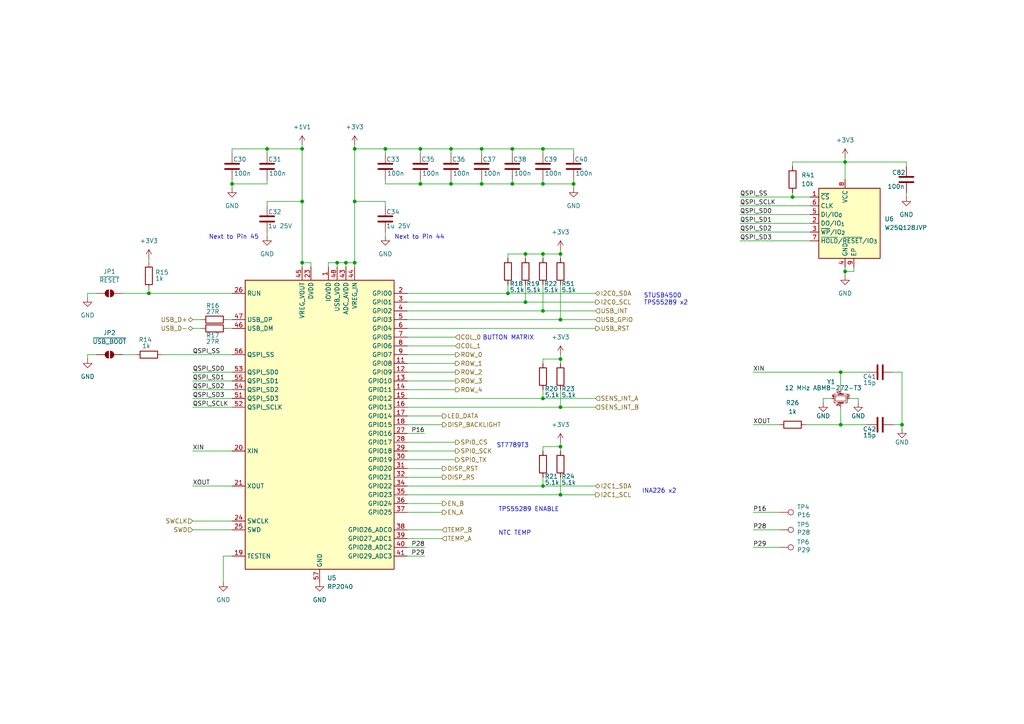
<source format=kicad_sch>
(kicad_sch (version 20250114) (generator "eeschema") (generator_version "9.0")
  (paper "A4")
  (lib_symbols
    (symbol "+1V1_1" (power) (pin_numbers (hide yes)) (pin_names (offset 0) (hide yes))
      (property "Value" "+1V1" (at 0 3.556 0))
      (symbol "+1V1_1_0_1"
        (polyline (pts (xy -0.762 1.27) (xy 0 2.54)))
        (polyline (pts (xy 0 2.54) (xy 0.762 1.27)))
        (polyline (pts (xy 0 0) (xy 0 2.54)))
      )
      (symbol "+1V1_1_1_1"
        (pin power_in line (at 0 0 90) (length 0) (name "~") (number "1"))
      )
    )
    (symbol "Connector:TestPoint" (pin_numbers (hide yes)) (pin_names (offset 0.762) (hide yes))
      (property "Reference" "TP" (at 0 6.858 0))
      (property "Value" "TestPoint" (at 0 5.08 0))
      (symbol "TestPoint_0_1"
        (circle (center 0 3.302) (radius 0.762))
      )
      (symbol "TestPoint_1_1"
        (pin passive line (at 0 0 90) (length 2.54) (name "1") (number "1"))
      )
    )
    (symbol "Device:C" (pin_numbers (hide yes)) (pin_names (offset 0.254))
      (property "Reference" "C" (at 0.635 2.54 0))
      (property "Value" "C" (at 0.635 -2.54 0))
      (symbol "C_0_1"
        (polyline (pts (xy -2.032 0.762) (xy 2.032 0.762)) (stroke (width 0.508)))
        (polyline (pts (xy -2.032 -0.762) (xy 2.032 -0.762)) (stroke (width 0.508)))
      )
      (symbol "C_1_1"
        (pin passive line (at 0 3.81 270) (length 2.794) (name "~") (number "1"))
        (pin passive line (at 0 -3.81 90) (length 2.794) (name "~") (number "2"))
      )
    )
    (symbol "Device:Crystal_GND24_Small" (pin_names (offset 1.016) (hide yes))
      (property "Reference" "Y" (at 1.27 4.445 0))
      (property "Value" "Crystal_GND24_Small" (at 1.27 2.54 0))
      (symbol "Crystal_GND24_Small_0_1"
        (polyline (pts (xy -1.27 1.27) (xy -1.27 1.905) (xy 1.27 1.905) (xy 1.27 1.27)))
        (polyline (pts (xy -1.27 -0.762) (xy -1.27 0.762)) (stroke (width 0.381)))
        (polyline (pts (xy -1.27 -1.27) (xy -1.27 -1.905) (xy 1.27 -1.905) (xy 1.27 -1.27)))
        (rectangle (start -0.762 -1.524) (end 0.762 1.524))
        (polyline (pts (xy 1.27 -0.762) (xy 1.27 0.762)) (stroke (width 0.381)))
      )
      (symbol "Crystal_GND24_Small_1_1"
        (pin passive line (at -2.54 0 0) (length 1.27) (name "1") (number "1"))
        (pin passive line (at 0 2.54 270) (length 0.635) (name "4") (number "4"))
        (pin passive line (at 0 -2.54 90) (length 0.635) (name "2") (number "2"))
        (pin passive line (at 2.54 0 180) (length 1.27) (name "3") (number "3"))
      )
    )
    (symbol "Device:R" (pin_numbers (hide yes)) (pin_names (offset 0))
      (property "Reference" "R" (at 2.032 0 90))
      (property "Value" "R" (at 0 0 90))
      (symbol "R_0_1"
        (rectangle (start -1.016 -2.54) (end 1.016 2.54) (stroke (width 0.254)))
      )
      (symbol "R_1_1"
        (pin passive line (at 0 3.81 270) (length 1.27) (name "~") (number "1"))
        (pin passive line (at 0 -3.81 90) (length 1.27) (name "~") (number "2"))
      )
    )
    (symbol "Jumper:SolderJumper_2_Open" (pin_numbers (hide yes)) (pin_names (offset 0) (hide yes)) (in_bom no)
      (property "Reference" "JP" (at 0 2.032 0))
      (property "Value" "SolderJumper_2_Open" (at 0 -2.54 0))
      (symbol "SolderJumper_2_Open_0_1"
        (polyline (pts (xy -0.254 1.016) (xy -0.254 -1.016)))
        (arc (start -0.254 -1.016) (mid -1.2656 0) (end -0.254 1.016))
        (arc (start -0.254 -1.016) (mid -1.2656 0) (end -0.254 1.016) (fill (type outline)))
        (arc (start 0.254 1.016) (mid 1.2656 0) (end 0.254 -1.016))
        (arc (start 0.254 1.016) (mid 1.2656 0) (end 0.254 -1.016) (fill (type outline)))
        (polyline (pts (xy 0.254 1.016) (xy 0.254 -1.016)))
      )
      (symbol "SolderJumper_2_Open_1_1"
        (pin passive line (at -3.81 0 0) (length 2.54) (name "A") (number "1"))
        (pin passive line (at 3.81 0 180) (length 2.54) (name "B") (number "2"))
      )
    )
    (symbol "MCU_RaspberryPi:RP2040"
      (property "Reference" "U" (at 17.78 45.72 0))
      (property "Value" "RP2040" (at 17.78 43.18 0))
      (symbol "RP2040_0_1"
        (rectangle (start -21.59 41.91) (end 21.59 -41.91) (stroke (width 0.254)) (fill (type background)))
      )
      (symbol "RP2040_1_1"
        (pin input line (at -25.4 38.1 0) (length 3.81) (name "RUN") (number "26"))
        (pin bidirectional line (at -25.4 30.48 0) (length 3.81) (name "USB_DP") (number "47"))
        (pin bidirectional line (at -25.4 27.94 0) (length 3.81) (name "USB_DM") (number "46"))
        (pin bidirectional line (at -25.4 20.32 0) (length 3.81) (name "QSPI_SS") (number "56"))
        (pin bidirectional line (at -25.4 15.24 0) (length 3.81) (name "QSPI_SD0") (number "53"))
        (pin bidirectional line (at -25.4 12.7 0) (length 3.81) (name "QSPI_SD1") (number "55"))
        (pin bidirectional line (at -25.4 10.16 0) (length 3.81) (name "QSPI_SD2") (number "54"))
        (pin bidirectional line (at -25.4 7.62 0) (length 3.81) (name "QSPI_SD3") (number "51"))
        (pin output line (at -25.4 5.08 0) (length 3.81) (name "QSPI_SCLK") (number "52"))
        (pin input line (at -25.4 -7.62 0) (length 3.81) (name "XIN") (number "20"))
        (pin passive line (at -25.4 -17.78 0) (length 3.81) (name "XOUT") (number "21"))
        (pin input line (at -25.4 -27.94 0) (length 3.81) (name "SWCLK") (number "24"))
        (pin bidirectional line (at -25.4 -30.48 0) (length 3.81) (name "SWD") (number "25"))
        (pin input line (at -25.4 -38.1 0) (length 3.81) (name "TESTEN") (number "19"))
        (pin power_out line (at -5.08 45.72 270) (length 3.81) (name "VREG_VOUT") (number "45"))
        (pin power_in line (at -2.54 45.72 270) (length 3.81) (name "DVDD") (number "23"))
        (pin passive line (at -2.54 45.72 270) (length 3.81) (hide yes) (name "DVDD") (number "50"))
        (pin power_in line (at 0 -45.72 90) (length 3.81) (name "GND") (number "57"))
        (pin power_in line (at 2.54 45.72 270) (length 3.81) (name "IOVDD") (number "1"))
        (pin passive line (at 2.54 45.72 270) (length 3.81) (hide yes) (name "IOVDD") (number "10"))
        (pin passive line (at 2.54 45.72 270) (length 3.81) (hide yes) (name "IOVDD") (number "22"))
        (pin passive line (at 2.54 45.72 270) (length 3.81) (hide yes) (name "IOVDD") (number "33"))
        (pin passive line (at 2.54 45.72 270) (length 3.81) (hide yes) (name "IOVDD") (number "42"))
        (pin passive line (at 2.54 45.72 270) (length 3.81) (hide yes) (name "IOVDD") (number "49"))
        (pin power_in line (at 5.08 45.72 270) (length 3.81) (name "USB_VDD") (number "48"))
        (pin power_in line (at 7.62 45.72 270) (length 3.81) (name "ADC_AVDD") (number "43"))
        (pin power_in line (at 10.16 45.72 270) (length 3.81) (name "VREG_IN") (number "44"))
        (pin bidirectional line (at 25.4 38.1 180) (length 3.81) (name "GPIO0") (number "2"))
        (pin bidirectional line (at 25.4 35.56 180) (length 3.81) (name "GPIO1") (number "3"))
        (pin bidirectional line (at 25.4 33.02 180) (length 3.81) (name "GPIO2") (number "4"))
        (pin bidirectional line (at 25.4 30.48 180) (length 3.81) (name "GPIO3") (number "5"))
        (pin bidirectional line (at 25.4 27.94 180) (length 3.81) (name "GPIO4") (number "6"))
        (pin bidirectional line (at 25.4 25.4 180) (length 3.81) (name "GPIO5") (number "7"))
        (pin bidirectional line (at 25.4 22.86 180) (length 3.81) (name "GPIO6") (number "8"))
        (pin bidirectional line (at 25.4 20.32 180) (length 3.81) (name "GPIO7") (number "9"))
        (pin bidirectional line (at 25.4 17.78 180) (length 3.81) (name "GPIO8") (number "11"))
        (pin bidirectional line (at 25.4 15.24 180) (length 3.81) (name "GPIO9") (number "12"))
        (pin bidirectional line (at 25.4 12.7 180) (length 3.81) (name "GPIO10") (number "13"))
        (pin bidirectional line (at 25.4 10.16 180) (length 3.81) (name "GPIO11") (number "14"))
        (pin bidirectional line (at 25.4 7.62 180) (length 3.81) (name "GPIO12") (number "15"))
        (pin bidirectional line (at 25.4 5.08 180) (length 3.81) (name "GPIO13") (number "16"))
        (pin bidirectional line (at 25.4 2.54 180) (length 3.81) (name "GPIO14") (number "17"))
        (pin bidirectional line (at 25.4 0 180) (length 3.81) (name "GPIO15") (number "18"))
        (pin bidirectional line (at 25.4 -2.54 180) (length 3.81) (name "GPIO16") (number "27"))
        (pin bidirectional line (at 25.4 -5.08 180) (length 3.81) (name "GPIO17") (number "28"))
        (pin bidirectional line (at 25.4 -7.62 180) (length 3.81) (name "GPIO18") (number "29"))
        (pin bidirectional line (at 25.4 -10.16 180) (length 3.81) (name "GPIO19") (number "30"))
        (pin bidirectional line (at 25.4 -12.7 180) (length 3.81) (name "GPIO20") (number "31"))
        (pin bidirectional line (at 25.4 -15.24 180) (length 3.81) (name "GPIO21") (number "32"))
        (pin bidirectional line (at 25.4 -17.78 180) (length 3.81) (name "GPIO22") (number "34"))
        (pin bidirectional line (at 25.4 -20.32 180) (length 3.81) (name "GPIO23") (number "35"))
        (pin bidirectional line (at 25.4 -22.86 180) (length 3.81) (name "GPIO24") (number "36"))
        (pin bidirectional line (at 25.4 -25.4 180) (length 3.81) (name "GPIO25") (number "37"))
        (pin bidirectional line (at 25.4 -30.48 180) (length 3.81) (name "GPIO26_ADC0") (number "38"))
        (pin bidirectional line (at 25.4 -33.02 180) (length 3.81) (name "GPIO27_ADC1") (number "39"))
        (pin bidirectional line (at 25.4 -35.56 180) (length 3.81) (name "GPIO28_ADC2") (number "40"))
        (pin bidirectional line (at 25.4 -38.1 180) (length 3.81) (name "GPIO29_ADC3") (number "41"))
      )
    )
    (symbol "Memory_Flash:W25Q128JVP"
      (property "Reference" "U" (at -6.35 11.43 0))
      (property "Value" "W25Q128JVP" (at 7.62 11.43 0))
      (symbol "W25Q128JVP_0_1"
        (rectangle (start -7.62 10.16) (end 10.16 -10.16) (stroke (width 0.254)) (fill (type background)))
      )
      (symbol "W25Q128JVP_1_1"
        (pin input line (at -10.16 7.62 0) (length 2.54) (name "~{CS}") (number "1"))
        (pin input line (at -10.16 5.08 0) (length 2.54) (name "CLK") (number "6"))
        (pin bidirectional line (at -10.16 2.54 0) (length 2.54) (name "DI/IO_{0}") (number "5"))
        (pin bidirectional line (at -10.16 0 0) (length 2.54) (name "DO/IO_{1}") (number "2"))
        (pin bidirectional line (at -10.16 -2.54 0) (length 2.54) (name "~{WP}/IO_{2}") (number "3"))
        (pin bidirectional line (at -10.16 -5.08 0) (length 2.54) (name "~{HOLD}/~{RESET}/IO_{3}") (number "7"))
        (pin power_in line (at 0 12.7 270) (length 2.54) (name "VCC") (number "8"))
        (pin power_in line (at 0 -12.7 90) (length 2.54) (name "GND") (number "4"))
        (pin passive line (at 2.54 -12.7 90) (length 2.54) (name "EP") (number "9"))
      )
    )
    (symbol "power:+3V3" (power) (pin_numbers (hide yes)) (pin_names (offset 0) (hide yes))
      (property "Value" "+3V3" (at 0 3.556 0))
      (symbol "+3V3_0_1"
        (polyline (pts (xy -0.762 1.27) (xy 0 2.54)))
        (polyline (pts (xy 0 2.54) (xy 0.762 1.27)))
        (polyline (pts (xy 0 0) (xy 0 2.54)))
      )
      (symbol "+3V3_1_1"
        (pin power_in line (at 0 0 90) (length 0) (name "~") (number "1"))
      )
    )
    (symbol "power:GND" (power) (pin_numbers (hide yes)) (pin_names (offset 0) (hide yes))
      (property "Value" "GND" (at 0 -3.81 0))
      (symbol "GND_0_1"
        (polyline (pts (xy 0 0) (xy 0 -1.27) (xy 1.27 -1.27) (xy 0 -2.54) (xy -1.27 -1.27) (xy 0 -1.27)))
      )
      (symbol "GND_1_1"
        (pin power_in line (at 0 0 270) (length 0) (name "~") (number "1"))
      )
    )
  )
  (text "BUTTON MATRIX" (at 139.954 98.044 0) (effects (font (size 1.27 1.27)) (justify left)))
  (text "TPS55289 ENABLE" (at 144.526 147.828 0) (effects (font (size 1.27 1.27)) (justify left)))
  (text "INA226 x2" (at 186.182 142.494 0) (effects (font (size 1.27 1.27)) (justify left)))
  (text "ST7789T3" (at 144.018 129.286 0) (effects (font (size 1.27 1.27)) (justify left)))
  (text "Next to Pin 44" (at 121.666 68.834 0) (effects (font (size 1.27 1.27))))
  (text "STUSB4500\nTPS55289 x2" (at 186.69 86.868 0) (effects (font (size 1.27 1.27)) (justify left)))
  (text "Next to Pin 45" (at 67.818 68.834 0) (effects (font (size 1.27 1.27))))
  (text "NTC TEMP" (at 144.526 154.686 0) (effects (font (size 1.27 1.27)) (justify left)))
  (junction (at 139.7 53.34))
  (junction (at 162.56 143.51))
  (junction (at 102.87 43.18))
  (junction (at 87.63 76.2))
  (junction (at 243.84 107.95))
  (junction (at 102.87 76.2))
  (junction (at 130.81 53.34))
  (junction (at 162.56 118.11))
  (junction (at 130.81 43.18))
  (junction (at 67.31 53.34))
  (junction (at 243.84 123.19))
  (junction (at 111.76 43.18))
  (junction (at 157.48 53.34))
  (junction (at 100.33 76.2))
  (junction (at 162.56 92.71))
  (junction (at 229.87 57.15))
  (junction (at 157.48 73.66))
  (junction (at 139.7 43.18))
  (junction (at 245.11 78.74))
  (junction (at 43.18 85.09))
  (junction (at 148.59 43.18))
  (junction (at 157.48 115.57))
  (junction (at 87.63 58.42))
  (junction (at 102.87 58.42))
  (junction (at 87.63 43.18))
  (junction (at 121.92 53.34))
  (junction (at 152.4 87.63))
  (junction (at 147.32 85.09))
  (junction (at 152.4 73.66))
  (junction (at 121.92 43.18))
  (junction (at 97.79 76.2))
  (junction (at 157.48 140.97))
  (junction (at 148.59 53.34))
  (junction (at 162.56 73.66))
  (junction (at 162.56 129.54))
  (junction (at 157.48 43.18))
  (junction (at 162.56 104.14))
  (junction (at 245.11 46.99))
  (junction (at 77.47 43.18))
  (junction (at 166.37 53.34))
  (junction (at 261.62 123.19))
  (junction (at 157.48 90.17))
  (wire (pts (xy 243.84 123.19) (xy 233.68 123.19)))
  (wire (pts (xy 102.87 58.42) (xy 102.87 76.2)))
  (wire (pts (xy 130.81 43.18) (xy 139.7 43.18)))
  (wire (pts (xy 118.11 146.05) (xy 128.27 146.05)))
  (wire (pts (xy 162.56 128.27) (xy 162.56 129.54)))
  (wire (pts (xy 262.89 55.88) (xy 262.89 57.15)))
  (wire (pts (xy 77.47 58.42) (xy 87.63 58.42)))
  (wire (pts (xy 25.4 102.87) (xy 27.94 102.87)))
  (wire (pts (xy 148.59 44.45) (xy 148.59 43.18)))
  (wire (pts (xy 118.11 130.81) (xy 132.08 130.81)))
  (wire (pts (xy 118.11 148.59) (xy 128.27 148.59)))
  (wire (pts (xy 245.11 46.99) (xy 245.11 52.07)))
  (wire (pts (xy 118.11 87.63) (xy 152.4 87.63)))
  (wire (pts (xy 139.7 44.45) (xy 139.7 43.18)))
  (wire (pts (xy 157.48 129.54) (xy 157.48 130.81)))
  (wire (pts (xy 157.48 113.03) (xy 157.48 115.57)))
  (wire (pts (xy 111.76 43.18) (xy 102.87 43.18)))
  (wire (pts (xy 148.59 52.07) (xy 148.59 53.34)))
  (wire (pts (xy 58.42 95.25) (xy 55.88 95.25)))
  (wire (pts (xy 214.63 64.77) (xy 234.95 64.77)))
  (wire (pts (xy 118.11 120.65) (xy 128.27 120.65)))
  (wire (pts (xy 102.87 58.42) (xy 111.76 58.42)))
  (wire (pts (xy 77.47 53.34) (xy 67.31 53.34)))
  (wire (pts (xy 102.87 43.18) (xy 102.87 58.42)))
  (wire (pts (xy 229.87 46.99) (xy 245.11 46.99)))
  (wire (pts (xy 87.63 43.18) (xy 87.63 58.42)))
  (wire (pts (xy 238.76 115.57) (xy 238.76 116.84)))
  (wire (pts (xy 243.84 107.95) (xy 218.44 107.95)))
  (wire (pts (xy 147.32 73.66) (xy 147.32 74.93)))
  (wire (pts (xy 67.31 161.29) (xy 64.77 161.29)))
  (wire (pts (xy 118.11 90.17) (xy 157.48 90.17)))
  (wire (pts (xy 111.76 52.07) (xy 111.76 53.34)))
  (wire (pts (xy 66.04 92.71) (xy 67.31 92.71)))
  (wire (pts (xy 67.31 53.34) (xy 67.31 54.61)))
  (wire (pts (xy 238.76 115.57) (xy 241.3 115.57)))
  (wire (pts (xy 157.48 73.66) (xy 157.48 74.93)))
  (wire (pts (xy 87.63 76.2) (xy 87.63 77.47)))
  (wire (pts (xy 152.4 87.63) (xy 172.72 87.63)))
  (wire (pts (xy 111.76 44.45) (xy 111.76 43.18)))
  (wire (pts (xy 118.11 105.41) (xy 132.08 105.41)))
  (wire (pts (xy 157.48 53.34) (xy 166.37 53.34)))
  (wire (pts (xy 55.88 118.11) (xy 67.31 118.11)))
  (wire (pts (xy 162.56 129.54) (xy 157.48 129.54)))
  (wire (pts (xy 118.11 118.11) (xy 162.56 118.11)))
  (wire (pts (xy 218.44 153.67) (xy 226.06 153.67)))
  (wire (pts (xy 157.48 138.43) (xy 157.48 140.97)))
  (wire (pts (xy 77.47 52.07) (xy 77.47 53.34)))
  (wire (pts (xy 95.25 77.47) (xy 95.25 76.2)))
  (wire (pts (xy 139.7 43.18) (xy 148.59 43.18)))
  (wire (pts (xy 247.65 78.74) (xy 245.11 78.74)))
  (wire (pts (xy 35.56 85.09) (xy 43.18 85.09)))
  (wire (pts (xy 214.63 57.15) (xy 229.87 57.15)))
  (wire (pts (xy 245.11 78.74) (xy 245.11 77.47)))
  (wire (pts (xy 157.48 73.66) (xy 162.56 73.66)))
  (wire (pts (xy 87.63 41.91) (xy 87.63 43.18)))
  (wire (pts (xy 118.11 102.87) (xy 132.08 102.87)))
  (wire (pts (xy 90.17 76.2) (xy 87.63 76.2)))
  (wire (pts (xy 43.18 74.93) (xy 43.18 76.2)))
  (wire (pts (xy 218.44 158.75) (xy 226.06 158.75)))
  (wire (pts (xy 130.81 44.45) (xy 130.81 43.18)))
  (wire (pts (xy 121.92 43.18) (xy 130.81 43.18)))
  (wire (pts (xy 166.37 44.45) (xy 166.37 43.18)))
  (wire (pts (xy 118.11 95.25) (xy 172.72 95.25)))
  (wire (pts (xy 118.11 113.03) (xy 132.08 113.03)))
  (wire (pts (xy 157.48 104.14) (xy 157.48 105.41)))
  (wire (pts (xy 139.7 53.34) (xy 148.59 53.34)))
  (wire (pts (xy 166.37 53.34) (xy 166.37 54.61)))
  (wire (pts (xy 152.4 73.66) (xy 147.32 73.66)))
  (wire (pts (xy 118.11 153.67) (xy 128.27 153.67)))
  (wire (pts (xy 25.4 85.09) (xy 25.4 86.36)))
  (wire (pts (xy 251.46 123.19) (xy 243.84 123.19)))
  (wire (pts (xy 100.33 76.2) (xy 102.87 76.2)))
  (wire (pts (xy 162.56 143.51) (xy 172.72 143.51)))
  (wire (pts (xy 259.08 107.95) (xy 261.62 107.95)))
  (wire (pts (xy 77.47 59.69) (xy 77.47 58.42)))
  (wire (pts (xy 118.11 158.75) (xy 123.19 158.75)))
  (wire (pts (xy 243.84 107.95) (xy 243.84 113.03)))
  (wire (pts (xy 95.25 76.2) (xy 97.79 76.2)))
  (wire (pts (xy 35.56 102.87) (xy 39.37 102.87)))
  (wire (pts (xy 25.4 85.09) (xy 27.94 85.09)))
  (wire (pts (xy 118.11 92.71) (xy 162.56 92.71)))
  (wire (pts (xy 118.11 110.49) (xy 132.08 110.49)))
  (wire (pts (xy 139.7 53.34) (xy 130.81 53.34)))
  (wire (pts (xy 118.11 125.73) (xy 123.19 125.73)))
  (wire (pts (xy 102.87 76.2) (xy 102.87 77.47)))
  (wire (pts (xy 90.17 77.47) (xy 90.17 76.2)))
  (wire (pts (xy 152.4 82.55) (xy 152.4 87.63)))
  (wire (pts (xy 245.11 80.01) (xy 245.11 78.74)))
  (wire (pts (xy 55.88 107.95) (xy 67.31 107.95)))
  (wire (pts (xy 243.84 118.11) (xy 243.84 123.19)))
  (wire (pts (xy 214.63 67.31) (xy 234.95 67.31)))
  (wire (pts (xy 147.32 82.55) (xy 147.32 85.09)))
  (wire (pts (xy 157.48 82.55) (xy 157.48 90.17)))
  (wire (pts (xy 157.48 73.66) (xy 152.4 73.66)))
  (wire (pts (xy 55.88 140.97) (xy 67.31 140.97)))
  (wire (pts (xy 121.92 44.45) (xy 121.92 43.18)))
  (wire (pts (xy 148.59 43.18) (xy 157.48 43.18)))
  (wire (pts (xy 118.11 140.97) (xy 157.48 140.97)))
  (wire (pts (xy 229.87 55.88) (xy 229.87 57.15)))
  (wire (pts (xy 64.77 161.29) (xy 64.77 168.91)))
  (wire (pts (xy 229.87 46.99) (xy 229.87 48.26)))
  (wire (pts (xy 261.62 107.95) (xy 261.62 123.19)))
  (wire (pts (xy 55.88 130.81) (xy 67.31 130.81)))
  (wire (pts (xy 102.87 41.91) (xy 102.87 43.18)))
  (wire (pts (xy 262.89 46.99) (xy 245.11 46.99)))
  (wire (pts (xy 100.33 76.2) (xy 100.33 77.47)))
  (wire (pts (xy 247.65 77.47) (xy 247.65 78.74)))
  (wire (pts (xy 214.63 69.85) (xy 234.95 69.85)))
  (wire (pts (xy 162.56 82.55) (xy 162.56 92.71)))
  (wire (pts (xy 55.88 115.57) (xy 67.31 115.57)))
  (wire (pts (xy 226.06 123.19) (xy 218.44 123.19)))
  (wire (pts (xy 43.18 85.09) (xy 67.31 85.09)))
  (wire (pts (xy 147.32 85.09) (xy 172.72 85.09)))
  (wire (pts (xy 261.62 123.19) (xy 261.62 124.46)))
  (wire (pts (xy 214.63 59.69) (xy 234.95 59.69)))
  (wire (pts (xy 55.88 151.13) (xy 67.31 151.13)))
  (wire (pts (xy 130.81 52.07) (xy 130.81 53.34)))
  (wire (pts (xy 111.76 68.58) (xy 111.76 67.31)))
  (wire (pts (xy 43.18 83.82) (xy 43.18 85.09)))
  (wire (pts (xy 46.99 102.87) (xy 67.31 102.87)))
  (wire (pts (xy 66.04 95.25) (xy 67.31 95.25)))
  (wire (pts (xy 97.79 76.2) (xy 100.33 76.2)))
  (wire (pts (xy 245.11 45.72) (xy 245.11 46.99)))
  (wire (pts (xy 118.11 100.33) (xy 132.08 100.33)))
  (wire (pts (xy 248.92 116.84) (xy 248.92 115.57)))
  (wire (pts (xy 121.92 43.18) (xy 111.76 43.18)))
  (wire (pts (xy 118.11 107.95) (xy 132.08 107.95)))
  (wire (pts (xy 25.4 102.87) (xy 25.4 104.14)))
  (wire (pts (xy 162.56 138.43) (xy 162.56 143.51)))
  (wire (pts (xy 118.11 161.29) (xy 123.19 161.29)))
  (wire (pts (xy 162.56 118.11) (xy 172.72 118.11)))
  (wire (pts (xy 218.44 148.59) (xy 226.06 148.59)))
  (wire (pts (xy 243.84 107.95) (xy 251.46 107.95)))
  (wire (pts (xy 118.11 133.35) (xy 132.08 133.35)))
  (wire (pts (xy 111.76 59.69) (xy 111.76 58.42)))
  (wire (pts (xy 97.79 76.2) (xy 97.79 77.47)))
  (wire (pts (xy 162.56 72.39) (xy 162.56 73.66)))
  (wire (pts (xy 248.92 115.57) (xy 246.38 115.57)))
  (wire (pts (xy 55.88 110.49) (xy 67.31 110.49)))
  (wire (pts (xy 162.56 130.81) (xy 162.56 129.54)))
  (wire (pts (xy 162.56 113.03) (xy 162.56 118.11)))
  (wire (pts (xy 157.48 115.57) (xy 172.72 115.57)))
  (wire (pts (xy 157.48 44.45) (xy 157.48 43.18)))
  (wire (pts (xy 118.11 138.43) (xy 128.27 138.43)))
  (wire (pts (xy 118.11 123.19) (xy 128.27 123.19)))
  (wire (pts (xy 157.48 52.07) (xy 157.48 53.34)))
  (wire (pts (xy 166.37 52.07) (xy 166.37 53.34)))
  (wire (pts (xy 118.11 143.51) (xy 162.56 143.51)))
  (wire (pts (xy 214.63 62.23) (xy 234.95 62.23)))
  (wire (pts (xy 157.48 140.97) (xy 172.72 140.97)))
  (wire (pts (xy 118.11 115.57) (xy 157.48 115.57)))
  (wire (pts (xy 121.92 53.34) (xy 130.81 53.34)))
  (wire (pts (xy 77.47 43.18) (xy 87.63 43.18)))
  (wire (pts (xy 121.92 52.07) (xy 121.92 53.34)))
  (wire (pts (xy 148.59 53.34) (xy 157.48 53.34)))
  (wire (pts (xy 259.08 123.19) (xy 261.62 123.19)))
  (wire (pts (xy 157.48 90.17) (xy 172.72 90.17)))
  (wire (pts (xy 67.31 52.07) (xy 67.31 53.34)))
  (wire (pts (xy 162.56 92.71) (xy 172.72 92.71)))
  (wire (pts (xy 162.56 105.41) (xy 162.56 104.14)))
  (wire (pts (xy 139.7 52.07) (xy 139.7 53.34)))
  (wire (pts (xy 67.31 43.18) (xy 77.47 43.18)))
  (wire (pts (xy 118.11 85.09) (xy 147.32 85.09)))
  (wire (pts (xy 157.48 43.18) (xy 166.37 43.18)))
  (wire (pts (xy 162.56 104.14) (xy 157.48 104.14)))
  (wire (pts (xy 118.11 97.79) (xy 132.08 97.79)))
  (wire (pts (xy 162.56 102.87) (xy 162.56 104.14)))
  (wire (pts (xy 58.42 92.71) (xy 55.88 92.71)))
  (wire (pts (xy 152.4 74.93) (xy 152.4 73.66)))
  (wire (pts (xy 262.89 48.26) (xy 262.89 46.99)))
  (wire (pts (xy 118.11 128.27) (xy 132.08 128.27)))
  (wire (pts (xy 67.31 44.45) (xy 67.31 43.18)))
  (wire (pts (xy 111.76 53.34) (xy 121.92 53.34)))
  (wire (pts (xy 229.87 57.15) (xy 234.95 57.15)))
  (wire (pts (xy 118.11 135.89) (xy 128.27 135.89)))
  (wire (pts (xy 118.11 156.21) (xy 128.27 156.21)))
  (wire (pts (xy 162.56 74.93) (xy 162.56 73.66)))
  (wire (pts (xy 77.47 68.58) (xy 77.47 67.31)))
  (wire (pts (xy 87.63 58.42) (xy 87.63 76.2)))
  (wire (pts (xy 77.47 43.18) (xy 77.47 44.45)))
  (wire (pts (xy 55.88 113.03) (xy 67.31 113.03)))
  (wire (pts (xy 55.88 153.67) (xy 67.31 153.67)))
  (label "QSPI_SCLK" (at 55.88 118.11 0))
  (label "QSPI_SD3" (at 55.88 115.57 0))
  (label "QSPI_SD0" (at 55.88 107.95 0))
  (label "QSPI_SD2" (at 55.88 113.03 0))
  (label "P16" (at 218.44 148.59 0))
  (label "QSPI_SD0" (at 214.63 62.23 0))
  (label "P29" (at 123.19 161.29 180))
  (label "P29" (at 218.44 158.75 0))
  (label "XIN" (at 55.88 130.81 0))
  (label "QSPI_SD3" (at 214.63 69.85 0))
  (label "QSPI_SD2" (at 214.63 67.31 0))
  (label "XOUT" (at 55.88 140.97 0))
  (label "XIN" (at 218.44 107.95 0))
  (label "XOUT" (at 218.44 123.19 0))
  (label "QSPI_SD1" (at 55.88 110.49 0))
  (label "QSPI_SCLK" (at 214.63 59.69 0))
  (label "QSPI_SS" (at 214.63 57.15 0))
  (label "P16" (at 123.19 125.73 180))
  (label "P28" (at 218.44 153.67 0))
  (label "QSPI_SD1" (at 214.63 64.77 0))
  (label "P28" (at 123.19 158.75 180))
  (label "QSPI_SS" (at 55.88 102.87 0))
  (hierarchical_label "COL_0" (shape input) (at 132.08 97.79 0))
  (hierarchical_label "DISP_RST" (shape output) (at 128.27 135.89 0))
  (hierarchical_label "USB_GPIO" (shape input) (at 172.72 92.71 0))
  (hierarchical_label "COL_1" (shape input) (at 132.08 100.33 0))
  (hierarchical_label "EN_A" (shape output) (at 128.27 148.59 0))
  (hierarchical_label "SWD" (shape input) (at 55.88 153.67 180))
  (hierarchical_label "ROW_4" (shape output) (at 132.08 113.03 0))
  (hierarchical_label "I2C0_SDA" (shape bidirectional) (at 172.72 85.09 0))
  (hierarchical_label "ROW_2" (shape output) (at 132.08 107.95 0))
  (hierarchical_label "TEMP_B" (shape input) (at 128.27 153.67 0))
  (hierarchical_label "ROW_0" (shape output) (at 132.08 102.87 0))
  (hierarchical_label "ROW_1" (shape output) (at 132.08 105.41 0))
  (hierarchical_label "SWCLK" (shape input) (at 55.88 151.13 180))
  (hierarchical_label "I2C1_SCL" (shape output) (at 172.72 143.51 0))
  (hierarchical_label "USB_RST" (shape output) (at 172.72 95.25 0))
  (hierarchical_label "SPI0_SCK" (shape output) (at 132.08 130.81 0))
  (hierarchical_label "SPI0_CS" (shape output) (at 132.08 128.27 0))
  (hierarchical_label "DISP_RS" (shape output) (at 128.27 138.43 0))
  (hierarchical_label "USB_D+" (shape bidirectional) (at 55.88 92.71 180))
  (hierarchical_label "EN_B" (shape output) (at 128.27 146.05 0))
  (hierarchical_label "ROW_3" (shape output) (at 132.08 110.49 0))
  (hierarchical_label "SPI0_TX" (shape output) (at 132.08 133.35 0))
  (hierarchical_label "USB_D-" (shape bidirectional) (at 55.88 95.25 180))
  (hierarchical_label "SENS_INT_A" (shape input) (at 172.72 115.57 0))
  (hierarchical_label "LED_DATA" (shape output) (at 128.27 120.65 0))
  (hierarchical_label "SENS_INT_B" (shape input) (at 172.72 118.11 0))
  (hierarchical_label "DISP_BACKLIGHT" (shape output) (at 128.27 123.19 0))
  (hierarchical_label "USB_INT" (shape input) (at 172.72 90.17 0))
  (hierarchical_label "TEMP_A" (shape input) (at 128.27 156.21 0))
  (hierarchical_label "I2C0_SCL" (shape output) (at 172.72 87.63 0))
  (hierarchical_label "I2C1_SDA" (shape bidirectional) (at 172.72 140.97 0))
  (symbol (lib_id "Device:R") (at 162.56 78.74 0) (unit 1)
    (property "Reference" "R51" (at 162.814 82.296 0) (effects (justify left)))
    (property "Value" "5.1k" (at 162.814 84.074 0) (effects (justify left)))
    (property "Footprint" "Resistor_SMD:R_0402_1005Metric" (effects (hide yes)))
    (property "Description" "Resistor" (effects (hide yes)))
    (property "LCSC" "C25905" (effects (hide yes)))
  )
  (symbol (lib_id "Device:R") (at 229.87 52.07 0) (mirror y) (unit 1)
    (property "Reference" "R41" (at 232.41 50.7999 0) (effects (justify right)))
    (property "Value" "10k" (at 232.41 53.3399 0) (effects (justify right)))
    (property "Footprint" "Resistor_SMD:R_0402_1005Metric" (effects (hide yes)))
    (property "Description" "Resistor" (effects (hide yes)))
    (property "LCSC" "C25905" (effects (hide yes)))
  )
  (symbol (lib_id "Device:C") (at 111.76 48.26 0) (unit 1)
    (property "Reference" "C33" (at 112.014 46.228 0) (effects (justify left)))
    (property "Value" "100n" (at 112.268 50.292 0) (effects (justify left)))
    (property "Footprint" "Capacitor_SMD:C_0402_1005Metric" (effects (hide yes)))
    (property "Description" "Unpolarized capacitor" (effects (hide yes)))
    (property "LCSC" "C307331" (effects (hide yes)))
  )
  (symbol (lib_id "Device:C") (at 148.59 48.26 0) (unit 1)
    (property "Reference" "C38" (at 148.844 46.228 0) (effects (justify left)))
    (property "Value" "100n" (at 149.098 50.292 0) (effects (justify left)))
    (property "Footprint" "Capacitor_SMD:C_0402_1005Metric" (effects (hide yes)))
    (property "Description" "Unpolarized capacitor" (effects (hide yes)))
    (property "LCSC" "C307331" (effects (hide yes)))
  )
  (symbol (lib_id "power:GND") (at 261.62 124.46 0) (mirror y) (unit 1)
    (property "Reference" "#PWR045" (effects (hide yes)))
    (property "Value" "GND" (at 261.62 128.27 0))
    (property "Description" "Power symbol creates a global label with name \"GND\" , ground" (effects (hide yes)))
  )
  (symbol (lib_id "Device:R") (at 62.23 92.71 90) (unit 1)
    (property "Reference" "R16" (at 61.722 88.646 90))
    (property "Value" "27R" (at 61.722 90.424 90))
    (property "Footprint" "Resistor_SMD:R_0402_1005Metric" (effects (hide yes)))
    (property "Description" "Resistor" (effects (hide yes)))
    (property "LCSC" "C138021" (effects (hide yes)))
  )
  (symbol (lib_id "Device:C") (at 77.47 48.26 0) (unit 1)
    (property "Reference" "C31" (at 77.724 46.228 0) (effects (justify left)))
    (property "Value" "100n" (at 77.978 50.292 0) (effects (justify left)))
    (property "Footprint" "Capacitor_SMD:C_0402_1005Metric" (effects (hide yes)))
    (property "Description" "Unpolarized capacitor" (effects (hide yes)))
    (property "LCSC" "C307331" (effects (hide yes)))
  )
  (symbol (lib_id "Device:C") (at 255.27 123.19 270) (mirror x) (unit 1)
    (property "Reference" "C42" (at 252.222 124.46 90))
    (property "Value" "15p" (at 252.222 126.238 90))
    (property "Footprint" "Capacitor_SMD:C_0402_1005Metric" (effects (hide yes)))
    (property "Description" "Unpolarized capacitor" (effects (hide yes)))
    (property "LCSC" "C1548" (effects (hide yes)))
  )
  (symbol (lib_id "Device:C") (at 121.92 48.26 0) (unit 1)
    (property "Reference" "C35" (at 122.174 46.228 0) (effects (justify left)))
    (property "Value" "100n" (at 122.428 50.292 0) (effects (justify left)))
    (property "Footprint" "Capacitor_SMD:C_0402_1005Metric" (effects (hide yes)))
    (property "Description" "Unpolarized capacitor" (effects (hide yes)))
    (property "LCSC" "C307331" (effects (hide yes)))
  )
  (symbol (lib_id "power:GND") (at 67.31 54.61 0) (unit 1)
    (property "Reference" "#PWR030" (effects (hide yes)))
    (property "Value" "GND" (at 67.31 59.69 0))
    (property "Description" "Power symbol creates a global label with name \"GND\" , ground" (effects (hide yes)))
  )
  (symbol (lib_id "Device:C") (at 255.27 107.95 270) (mirror x) (unit 1)
    (property "Reference" "C41" (at 252.222 109.22 90))
    (property "Value" "15p" (at 252.222 110.998 90))
    (property "Footprint" "Capacitor_SMD:C_0402_1005Metric" (effects (hide yes)))
    (property "Description" "Unpolarized capacitor" (effects (hide yes)))
    (property "LCSC" "C1548" (effects (hide yes)))
  )
  (symbol (lib_id "Device:R") (at 157.48 78.74 0) (unit 1)
    (property "Reference" "R22" (at 157.734 82.296 0) (effects (justify left)))
    (property "Value" "5.1k" (at 157.734 84.074 0) (effects (justify left)))
    (property "Footprint" "Resistor_SMD:R_0402_1005Metric" (effects (hide yes)))
    (property "Description" "Resistor" (effects (hide yes)))
    (property "LCSC" "C25905" (effects (hide yes)))
  )
  (symbol (lib_id "Device:C") (at 130.81 48.26 0) (unit 1)
    (property "Reference" "C36" (at 131.064 46.228 0) (effects (justify left)))
    (property "Value" "100n" (at 131.318 50.292 0) (effects (justify left)))
    (property "Footprint" "Capacitor_SMD:C_0402_1005Metric" (effects (hide yes)))
    (property "Description" "Unpolarized capacitor" (effects (hide yes)))
    (property "LCSC" "C307331" (effects (hide yes)))
  )
  (symbol (lib_id "MCU_RaspberryPi:RP2040") (at 92.71 123.19 0) (unit 1)
    (property "Reference" "U5" (at 94.8533 167.64 0) (effects (justify left)))
    (property "Value" "RP2040" (at 94.8533 170.18 0) (effects (justify left)))
    (property "Footprint" "Package_DFN_QFN:QFN-56-1EP_7x7mm_P0.4mm_EP3.2x3.2mm" (effects (hide yes)))
    (property "Datasheet" "https://datasheets.raspberrypi.com/rp2040/rp2040-datasheet.pdf" (effects (hide yes)))
    (property "Description" "A microcontroller by Raspberry Pi" (effects (hide yes)))
    (property "LCSC" "C2040" (effects (hide yes)))
  )
  (symbol (lib_id "power:+3V3") (at 245.11 45.72 0) (mirror y) (unit 1)
    (property "Reference" "#PWR032" (effects (hide yes)))
    (property "Value" "+3V3" (at 245.11 40.64 0))
    (property "Description" "Power symbol creates a global label with name \"+3V3\"" (effects (hide yes)))
  )
  (symbol (lib_id "power:GND") (at 262.89 57.15 0) (mirror y) (unit 1)
    (property "Reference" "#PWR0100" (effects (hide yes)))
    (property "Value" "GND" (at 262.89 62.23 0))
    (property "Description" "Power symbol creates a global label with name \"GND\" , ground" (effects (hide yes)))
  )
  (symbol (lib_id "Connector:TestPoint") (at 226.06 158.75 270) (unit 1)
    (property "Reference" "TP6" (at 231.14 157.226 90) (effects (justify left)))
    (property "Value" "P29" (at 231.14 159.512 90) (effects (justify left)))
    (property "Footprint" "TestPoint:TestPoint_Pad_D1.0mm" (effects (hide yes)))
    (property "Description" "test point" (effects (hide yes)))
  )
  (symbol (lib_id "power:+3V3") (at 162.56 102.87 0) (unit 1)
    (property "Reference" "#PWR037" (effects (hide yes)))
    (property "Value" "+3V3" (at 162.56 97.79 0))
    (property "Description" "Power symbol creates a global label with name \"+3V3\"" (effects (hide yes)))
  )
  (symbol (lib_id "Device:C") (at 157.48 48.26 0) (unit 1)
    (property "Reference" "C39" (at 157.734 46.228 0) (effects (justify left)))
    (property "Value" "100n" (at 157.988 50.292 0) (effects (justify left)))
    (property "Footprint" "Capacitor_SMD:C_0402_1005Metric" (effects (hide yes)))
    (property "Description" "Unpolarized capacitor" (effects (hide yes)))
    (property "LCSC" "C307331" (effects (hide yes)))
  )
  (symbol (lib_id "power:GND") (at 111.76 68.58 0) (unit 1)
    (property "Reference" "#PWR035" (effects (hide yes)))
    (property "Value" "GND" (at 111.76 73.66 0))
    (property "Description" "Power symbol creates a global label with name \"GND\" , ground" (effects (hide yes)))
  )
  (symbol (lib_id "power:+3V3") (at 102.87 41.91 0) (unit 1)
    (property "Reference" "#PWR034" (effects (hide yes)))
    (property "Value" "+3V3" (at 102.87 36.83 0))
    (property "Description" "Power symbol creates a global label with name \"+3V3\"" (effects (hide yes)))
  )
  (symbol (lib_id "Device:R") (at 147.32 78.74 0) (unit 1)
    (property "Reference" "R18" (at 147.828 82.296 0) (effects (justify left)))
    (property "Value" "5.1k" (at 147.828 84.074 0) (effects (justify left)))
    (property "Footprint" "Resistor_SMD:R_0402_1005Metric" (effects (hide yes)))
    (property "Description" "Resistor" (effects (hide yes)))
    (property "LCSC" "C25905" (effects (hide yes)))
  )
  (symbol (lib_id "power:GND") (at 238.76 116.84 0) (mirror y) (unit 1)
    (property "Reference" "#PWR040" (effects (hide yes)))
    (property "Value" "GND" (at 238.76 120.65 0))
    (property "Description" "Power symbol creates a global label with name \"GND\" , ground" (effects (hide yes)))
  )
  (symbol (lib_id "Device:R") (at 152.4 78.74 0) (unit 1)
    (property "Reference" "R19" (at 152.654 82.296 0) (effects (justify left)))
    (property "Value" "5.1k" (at 152.654 84.074 0) (effects (justify left)))
    (property "Footprint" "Resistor_SMD:R_0402_1005Metric" (effects (hide yes)))
    (property "Description" "Resistor" (effects (hide yes)))
    (property "LCSC" "C25905" (effects (hide yes)))
  )
  (symbol (lib_id "Device:R") (at 229.87 123.19 270) (mirror x) (unit 1)
    (property "Reference" "R26" (at 229.87 116.84 90))
    (property "Value" "1k" (at 229.87 119.38 90))
    (property "Footprint" "Resistor_SMD:R_0402_1005Metric" (effects (hide yes)))
    (property "Description" "Resistor" (effects (hide yes)))
    (property "LCSC" "C11702" (effects (hide yes)))
  )
  (symbol (lib_id "power:GND") (at 92.71 168.91 0) (unit 1)
    (property "Reference" "#PWR033" (effects (hide yes)))
    (property "Value" "GND" (at 92.71 173.99 0))
    (property "Description" "Power symbol creates a global label with name \"GND\" , ground" (effects (hide yes)))
  )
  (symbol (lib_id "Jumper:SolderJumper_2_Open") (at 31.75 102.87 0) (unit 1) (in_bom no)
    (property "Reference" "JP2" (at 31.75 96.52 0))
    (property "Value" "~{USB_BOOT}" (at 31.75 99.06 0))
    (property "Description" "Solder Jumper, 2-pole, open" (effects (hide yes)))
  )
  (symbol (lib_id "power:GND") (at 166.37 54.61 0) (unit 1)
    (property "Reference" "#PWR039" (effects (hide yes)))
    (property "Value" "GND" (at 166.37 59.69 0))
    (property "Description" "Power symbol creates a global label with name \"GND\" , ground" (effects (hide yes)))
  )
  (symbol (lib_id "power:+3V3") (at 43.18 74.93 0) (unit 1)
    (property "Reference" "#PWR028" (effects (hide yes)))
    (property "Value" "+3V3" (at 43.18 69.85 0))
    (property "Description" "Power symbol creates a global label with name \"+3V3\"" (effects (hide yes)))
  )
  (symbol (lib_id "Device:R") (at 157.48 134.62 0) (unit 1)
    (property "Reference" "R21" (at 157.988 138.176 0) (effects (justify left)))
    (property "Value" "5.1k" (at 157.988 139.954 0) (effects (justify left)))
    (property "Footprint" "Resistor_SMD:R_0402_1005Metric" (effects (hide yes)))
    (property "Description" "Resistor" (effects (hide yes)))
    (property "LCSC" "C25905" (effects (hide yes)))
  )
  (symbol (lib_id "power:+3V3") (at 162.56 128.27 0) (unit 1)
    (property "Reference" "#PWR038" (effects (hide yes)))
    (property "Value" "+3V3" (at 162.56 123.19 0))
    (property "Description" "Power symbol creates a global label with name \"+3V3\"" (effects (hide yes)))
  )
  (symbol (lib_id "Connector:TestPoint") (at 226.06 148.59 270) (unit 1)
    (property "Reference" "TP4" (at 231.14 147.066 90) (effects (justify left)))
    (property "Value" "P16" (at 231.14 149.352 90) (effects (justify left)))
    (property "Footprint" "TestPoint:TestPoint_Pad_D1.0mm" (effects (hide yes)))
    (property "Description" "test point" (effects (hide yes)))
  )
  (symbol (lib_id "power:GND") (at 245.11 80.01 0) (mirror y) (unit 1)
    (property "Reference" "#PWR0120" (effects (hide yes)))
    (property "Value" "GND" (at 245.11 85.09 0))
    (property "Description" "Power symbol creates a global label with name \"GND\" , ground" (effects (hide yes)))
  )
  (symbol (lib_id "Jumper:SolderJumper_2_Open") (at 31.75 85.09 0) (unit 1) (in_bom no)
    (property "Reference" "JP1" (at 31.75 78.74 0))
    (property "Value" "~{RESET}" (at 31.75 81.28 0))
    (property "Description" "Solder Jumper, 2-pole, open" (effects (hide yes)))
  )
  (symbol (lib_id "Device:C") (at 67.31 48.26 0) (unit 1)
    (property "Reference" "C30" (at 67.564 46.228 0) (effects (justify left)))
    (property "Value" "100n" (at 67.818 50.292 0) (effects (justify left)))
    (property "Footprint" "Capacitor_SMD:C_0402_1005Metric" (effects (hide yes)))
    (property "Description" "Unpolarized capacitor" (effects (hide yes)))
    (property "LCSC" "C307331" (effects (hide yes)))
  )
  (symbol (lib_id "Device:C") (at 77.47 63.5 0) (unit 1)
    (property "Reference" "C32" (at 77.724 61.468 0) (effects (justify left)))
    (property "Value" "1u 25V" (at 77.724 65.532 0) (effects (justify left)))
    (property "Footprint" "Capacitor_SMD:C_0402_1005Metric" (effects (hide yes)))
    (property "Description" "Unpolarized capacitor" (effects (hide yes)))
    (property "LCSC" "C52923" (effects (hide yes)))
  )
  (symbol (lib_id "Device:R") (at 62.23 95.25 90) (unit 1)
    (property "Reference" "R17" (at 61.722 97.282 90))
    (property "Value" "27R" (at 61.722 99.06 90))
    (property "Footprint" "Resistor_SMD:R_0402_1005Metric" (effects (hide yes)))
    (property "Description" "Resistor" (effects (hide yes)))
    (property "LCSC" "C138021" (effects (hide yes)))
  )
  (symbol (lib_id "Device:C") (at 139.7 48.26 0) (unit 1)
    (property "Reference" "C37" (at 139.954 46.228 0) (effects (justify left)))
    (property "Value" "100n" (at 140.208 50.292 0) (effects (justify left)))
    (property "Footprint" "Capacitor_SMD:C_0402_1005Metric" (effects (hide yes)))
    (property "Description" "Unpolarized capacitor" (effects (hide yes)))
    (property "LCSC" "C307331" (effects (hide yes)))
  )
  (symbol (lib_id "power:GND") (at 25.4 86.36 0) (unit 1)
    (property "Reference" "#PWR0122" (effects (hide yes)))
    (property "Value" "GND" (at 25.4 91.44 0))
    (property "Description" "Power symbol creates a global label with name \"GND\" , ground" (effects (hide yes)))
  )
  (symbol (lib_id "Device:R") (at 43.18 102.87 90) (unit 1)
    (property "Reference" "R14" (at 42.164 98.552 90))
    (property "Value" "1k" (at 42.418 100.33 90))
    (property "Footprint" "Resistor_SMD:R_0402_1005Metric" (effects (hide yes)))
    (property "Description" "Resistor" (effects (hide yes)))
    (property "LCSC" "C11702" (effects (hide yes)))
  )
  (symbol (lib_id "Memory_Flash:W25Q128JVP") (at 245.11 64.77 0) (unit 1)
    (property "Reference" "U6" (at 256.54 63.4999 0) (effects (justify left)))
    (property "Value" "W25Q128JVP" (at 256.54 66.0399 0) (effects (justify left)))
    (property "Footprint" "Package_SON:WSON-8-1EP_6x5mm_P1.27mm_EP3.4x4.3mm" (effects (hide yes)))
    (property "Datasheet" "https://www.winbond.com/resource-files/w25q128jv_dtr%20revc%2003272018%20plus.pdf" (effects (hide yes)))
    (property "Description" "128Mbit / 16MiB Serial Flash Memory, Standard/Dual/Quad SPI, 2.7-3.6V, WSON-8" (effects (hide yes)))
    (property "LCSC" "C190862" (effects (hide yes)))
  )
  (symbol (lib_id "Device:R") (at 162.56 134.62 0) (unit 1)
    (property "Reference" "R24" (at 162.814 138.176 0) (effects (justify left)))
    (property "Value" "5.1k" (at 162.814 139.954 0) (effects (justify left)))
    (property "Footprint" "Resistor_SMD:R_0402_1005Metric" (effects (hide yes)))
    (property "Description" "Resistor" (effects (hide yes)))
    (property "LCSC" "C25905" (effects (hide yes)))
  )
  (symbol (lib_id "Device:R") (at 43.18 80.01 180) (unit 1)
    (property "Reference" "R15" (at 46.99 78.994 0))
    (property "Value" "1k" (at 46.228 80.772 0))
    (property "Footprint" "Resistor_SMD:R_0402_1005Metric" (effects (hide yes)))
    (property "Description" "Resistor" (effects (hide yes)))
    (property "LCSC" "C11702" (effects (hide yes)))
  )
  (symbol (lib_id "power:GND") (at 248.92 116.84 0) (mirror y) (unit 1)
    (property "Reference" "#PWR043" (effects (hide yes)))
    (property "Value" "GND" (at 248.92 120.65 0))
    (property "Description" "Power symbol creates a global label with name \"GND\" , ground" (effects (hide yes)))
  )
  (symbol (lib_id "Device:C") (at 262.89 52.07 0) (mirror y) (unit 1)
    (property "Reference" "C82" (at 262.636 50.038 0) (effects (justify left)))
    (property "Value" "100n" (at 262.382 54.102 0) (effects (justify left)))
    (property "Footprint" "Capacitor_SMD:C_0402_1005Metric" (effects (hide yes)))
    (property "Description" "Unpolarized capacitor" (effects (hide yes)))
    (property "LCSC" "C307331" (effects (hide yes)))
  )
  (symbol (lib_id "power:+3V3") (at 162.56 72.39 0) (unit 1)
    (property "Reference" "#PWR036" (effects (hide yes)))
    (property "Value" "+3V3" (at 162.56 67.31 0))
    (property "Description" "Power symbol creates a global label with name \"+3V3\"" (effects (hide yes)))
  )
  (symbol (lib_id "Connector:TestPoint") (at 226.06 153.67 270) (unit 1)
    (property "Reference" "TP5" (at 231.14 152.146 90) (effects (justify left)))
    (property "Value" "P28" (at 231.14 154.432 90) (effects (justify left)))
    (property "Footprint" "TestPoint:TestPoint_Pad_D1.0mm" (effects (hide yes)))
    (property "Description" "test point" (effects (hide yes)))
  )
  (symbol (lib_id "power:GND") (at 77.47 68.58 0) (unit 1)
    (property "Reference" "#PWR031" (effects (hide yes)))
    (property "Value" "GND" (at 77.47 73.66 0))
    (property "Description" "Power symbol creates a global label with name \"GND\" , ground" (effects (hide yes)))
  )
  (symbol (lib_id "Device:C") (at 166.37 48.26 0) (unit 1)
    (property "Reference" "C40" (at 166.624 46.228 0) (effects (justify left)))
    (property "Value" "100n" (at 166.878 50.292 0) (effects (justify left)))
    (property "Footprint" "Capacitor_SMD:C_0402_1005Metric" (effects (hide yes)))
    (property "Description" "Unpolarized capacitor" (effects (hide yes)))
    (property "LCSC" "C307331" (effects (hide yes)))
  )
  (symbol (lib_name "+1V1_1") (lib_id "power:+1V1") (at 87.63 41.91 0) (unit 1)
    (property "Reference" "#PWR098" (effects (hide yes)))
    (property "Value" "+1V1" (at 87.63 36.83 0))
    (property "Description" "Power symbol creates a global label with name \"+1V1\"" (effects (hide yes)))
  )
  (symbol (lib_id "power:GND") (at 64.77 168.91 0) (unit 1)
    (property "Reference" "#PWR029" (effects (hide yes)))
    (property "Value" "GND" (at 64.77 173.99 0))
    (property "Description" "Power symbol creates a global label with name \"GND\" , ground" (effects (hide yes)))
  )
  (symbol (lib_id "power:GND") (at 25.4 104.14 0) (unit 1)
    (property "Reference" "#PWR0121" (effects (hide yes)))
    (property "Value" "GND" (at 25.4 109.22 0))
    (property "Description" "Power symbol creates a global label with name \"GND\" , ground" (effects (hide yes)))
  )
  (symbol (lib_id "Device:R") (at 162.56 109.22 0) (unit 1)
    (property "Reference" "R23" (at 162.814 112.776 0) (effects (justify left)))
    (property "Value" "5.1k" (at 162.814 114.554 0) (effects (justify left)))
    (property "Footprint" "Resistor_SMD:R_0402_1005Metric" (effects (hide yes)))
    (property "Description" "Resistor" (effects (hide yes)))
    (property "LCSC" "C25905" (effects (hide yes)))
  )
  (symbol (lib_id "Device:C") (at 111.76 63.5 0) (unit 1)
    (property "Reference" "C34" (at 112.014 61.468 0) (effects (justify left)))
    (property "Value" "1u 25V" (at 112.014 65.532 0) (effects (justify left)))
    (property "Footprint" "Capacitor_SMD:C_0402_1005Metric" (effects (hide yes)))
    (property "Description" "Unpolarized capacitor" (effects (hide yes)))
    (property "LCSC" "C52923" (effects (hide yes)))
  )
  (symbol (lib_id "Device:R") (at 157.48 109.22 0) (unit 1)
    (property "Reference" "R20" (at 157.988 112.776 0) (effects (justify left)))
    (property "Value" "5.1k" (at 157.988 114.554 0) (effects (justify left)))
    (property "Footprint" "Resistor_SMD:R_0402_1005Metric" (effects (hide yes)))
    (property "Description" "Resistor" (effects (hide yes)))
    (property "LCSC" "C25905" (effects (hide yes)))
  )
  (symbol (lib_id "Device:Crystal_GND24_Small") (at 243.84 115.57 90) (mirror x) (unit 1)
    (property "Reference" "Y1" (at 241.046 110.744 90))
    (property "Value" "12 MHz ABM8-272-T3" (at 238.76 112.522 90))
    (property "Footprint" "Crystal:Crystal_SMD_Abracon_ABM8AIG-4Pin_3.2x2.5mm" (effects (hide yes)))
    (property "Description" "Four pin crystal, GND on pins 2 and 4, small symbol" (effects (hide yes)))
    (property "LCSC" "C20625731" (effects (hide yes)))
  )
)
</source>
